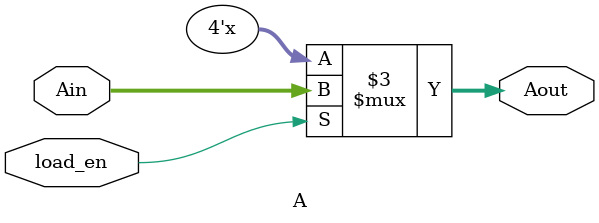
<source format=v>
module A(input [3:0] Ain,
         input load_en,
         output reg [3:0] Aout);


    // initialized to 0
    initial begin
        Aout = 0;
    end  
    
    always@(*)
        if(load_en)
			Aout <= Ain;

endmodule
</source>
